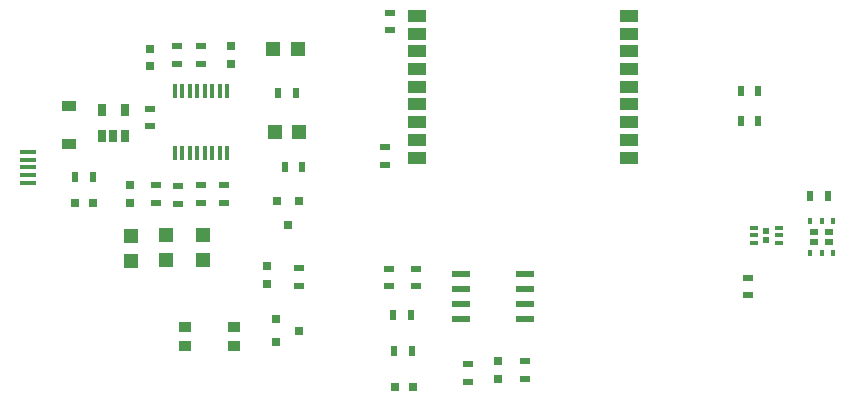
<source format=gbr>
G04 #@! TF.FileFunction,Paste,Top*
%FSLAX46Y46*%
G04 Gerber Fmt 4.6, Leading zero omitted, Abs format (unit mm)*
G04 Created by KiCad (PCBNEW 4.0.2-4+6225~38~ubuntu15.10.1-stable) date Wed 30 Mar 2016 09:09:27 AM CDT*
%MOMM*%
G01*
G04 APERTURE LIST*
%ADD10C,0.100000*%
%ADD11R,1.220000X0.910000*%
%ADD12R,0.650000X1.060000*%
%ADD13R,1.350000X0.400000*%
%ADD14R,0.800000X0.750000*%
%ADD15R,0.900000X0.500000*%
%ADD16R,0.750000X0.800000*%
%ADD17R,1.198880X1.198880*%
%ADD18R,0.800100X0.800100*%
%ADD19R,0.500000X0.900000*%
%ADD20R,1.000000X0.900000*%
%ADD21R,1.500000X1.000000*%
%ADD22R,1.550000X0.600000*%
%ADD23R,0.400000X1.200000*%
%ADD24R,0.650000X0.350000*%
%ADD25R,0.600000X0.480000*%
%ADD26R,0.450000X0.630000*%
%ADD27R,0.780000X0.510000*%
G04 APERTURE END LIST*
D10*
D11*
X129794000Y-64262000D03*
X129794000Y-67532000D03*
D12*
X132636000Y-66809000D03*
X133586000Y-66809000D03*
X134536000Y-66809000D03*
X134536000Y-64609000D03*
X132636000Y-64609000D03*
D13*
X126380000Y-68170000D03*
X126380000Y-68820000D03*
X126380000Y-69470000D03*
X126380000Y-70120000D03*
X126380000Y-70770000D03*
D14*
X130350000Y-72475000D03*
X131850000Y-72475000D03*
D15*
X156880000Y-78060000D03*
X156880000Y-79560000D03*
D14*
X157430000Y-88080000D03*
X158930000Y-88080000D03*
D16*
X166116000Y-85900000D03*
X166116000Y-87400000D03*
X135007390Y-72475558D03*
X135007390Y-70975558D03*
X136652000Y-59436000D03*
X136652000Y-60936000D03*
X143557390Y-60725558D03*
X143557390Y-59225558D03*
D17*
X149323040Y-66450000D03*
X147225000Y-66450000D03*
X138075000Y-77349020D03*
X138075000Y-75250980D03*
X135050000Y-77423040D03*
X135050000Y-75325000D03*
X147126960Y-59450000D03*
X149225000Y-59450000D03*
X141175000Y-77323040D03*
X141175000Y-75225000D03*
D15*
X136652000Y-64516000D03*
X136652000Y-66016000D03*
D18*
X147335240Y-82362000D03*
X147335240Y-84262000D03*
X149334220Y-83312000D03*
X149325000Y-72350000D03*
X147425000Y-72350000D03*
X148375000Y-74348980D03*
D19*
X148075000Y-69475000D03*
X149575000Y-69475000D03*
D15*
X137157390Y-70975558D03*
X137157390Y-72475558D03*
D19*
X130350000Y-70275000D03*
X131850000Y-70275000D03*
D15*
X138938000Y-60706000D03*
X138938000Y-59206000D03*
D19*
X194056000Y-71882000D03*
X192556000Y-71882000D03*
D15*
X149280000Y-77990000D03*
X149280000Y-79490000D03*
X159190000Y-79560000D03*
X159190000Y-78060000D03*
D19*
X147500000Y-63200000D03*
X149000000Y-63200000D03*
X157320000Y-85000000D03*
X158820000Y-85000000D03*
D15*
X168402000Y-87400000D03*
X168402000Y-85900000D03*
X163576000Y-86154000D03*
X163576000Y-87654000D03*
D19*
X158790000Y-82000000D03*
X157290000Y-82000000D03*
X186690000Y-62992000D03*
X188190000Y-62992000D03*
D15*
X141007390Y-72475558D03*
X141007390Y-70975558D03*
X139057390Y-72575558D03*
X139057390Y-71075558D03*
X140970000Y-59206000D03*
X140970000Y-60706000D03*
X142907390Y-72475558D03*
X142907390Y-70975558D03*
D19*
X186690000Y-65532000D03*
X188190000Y-65532000D03*
D15*
X187325000Y-78825000D03*
X187325000Y-80325000D03*
D20*
X139660000Y-82970000D03*
X139660000Y-84570000D03*
X143760000Y-82970000D03*
X143760000Y-84570000D03*
D21*
X159275000Y-65650000D03*
X159275000Y-67150000D03*
X159275000Y-68650000D03*
X159275000Y-64150000D03*
X159275000Y-62650000D03*
X159275000Y-61150000D03*
X159275000Y-56650000D03*
X159275000Y-58150000D03*
X159275000Y-59650000D03*
X177275000Y-59650000D03*
X177275000Y-58150000D03*
X177275000Y-56650000D03*
X177275000Y-61150000D03*
X177275000Y-62650000D03*
X177275000Y-64150000D03*
X177275000Y-68650000D03*
X177275000Y-67150000D03*
X177275000Y-65650000D03*
D22*
X163002000Y-78486000D03*
X163002000Y-79756000D03*
X163002000Y-81026000D03*
X163002000Y-82296000D03*
X168402000Y-82296000D03*
X168402000Y-81026000D03*
X168402000Y-79756000D03*
X168402000Y-78486000D03*
D23*
X143225000Y-63025000D03*
X142590000Y-63025000D03*
X141955000Y-63025000D03*
X141320000Y-63025000D03*
X140685000Y-63025000D03*
X140050000Y-63025000D03*
X139415000Y-63025000D03*
X138780000Y-63025000D03*
X138780000Y-68225000D03*
X139415000Y-68225000D03*
X140050000Y-68225000D03*
X140685000Y-68225000D03*
X141320000Y-68225000D03*
X141955000Y-68225000D03*
X142590000Y-68225000D03*
X143225000Y-68225000D03*
D24*
X187825000Y-74600000D03*
X187825000Y-75250000D03*
X187825000Y-75900000D03*
X189925000Y-75900000D03*
X189925000Y-75250000D03*
X189925000Y-74600000D03*
D25*
X188875000Y-75650000D03*
X188875000Y-74850000D03*
D26*
X192598000Y-76695000D03*
X193548000Y-76695000D03*
X194498000Y-76695000D03*
X194498000Y-74015000D03*
X193548000Y-74015000D03*
X192598000Y-74015000D03*
D27*
X194198000Y-74930000D03*
X192898000Y-74930000D03*
X194198000Y-75780000D03*
X192898000Y-75780000D03*
D15*
X156575000Y-69300000D03*
X156575000Y-67800000D03*
X156972000Y-57888000D03*
X156972000Y-56388000D03*
D16*
X146625000Y-79375000D03*
X146625000Y-77875000D03*
M02*

</source>
